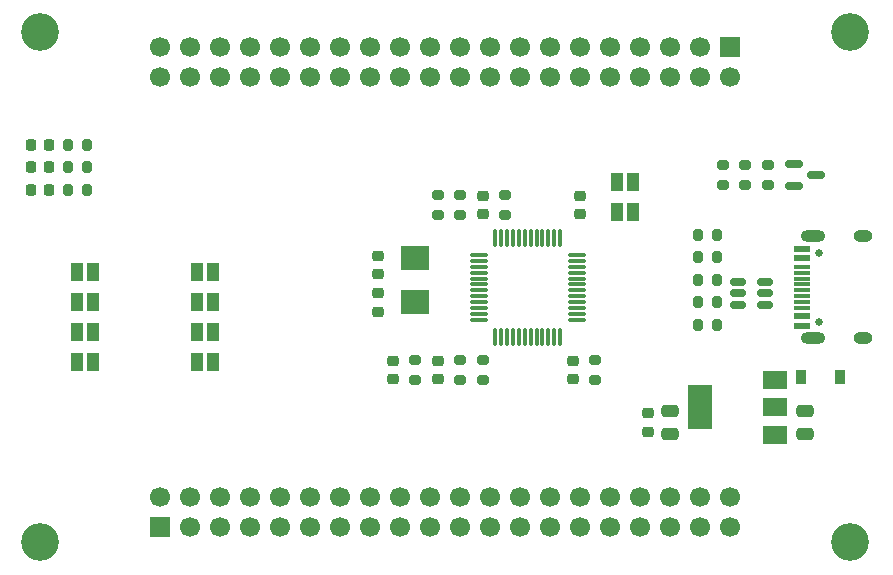
<source format=gbr>
G04 #@! TF.GenerationSoftware,KiCad,Pcbnew,6.0.4+dfsg-1*
G04 #@! TF.CreationDate,2022-05-04T10:38:59+08:00*
G04 #@! TF.ProjectId,prgstl,70726773-746c-42e6-9b69-6361645f7063,a*
G04 #@! TF.SameCoordinates,Original*
G04 #@! TF.FileFunction,Soldermask,Top*
G04 #@! TF.FilePolarity,Negative*
%FSLAX46Y46*%
G04 Gerber Fmt 4.6, Leading zero omitted, Abs format (unit mm)*
G04 Created by KiCad (PCBNEW 6.0.4+dfsg-1) date 2022-05-04 10:38:59*
%MOMM*%
%LPD*%
G01*
G04 APERTURE LIST*
G04 Aperture macros list*
%AMRoundRect*
0 Rectangle with rounded corners*
0 $1 Rounding radius*
0 $2 $3 $4 $5 $6 $7 $8 $9 X,Y pos of 4 corners*
0 Add a 4 corners polygon primitive as box body*
4,1,4,$2,$3,$4,$5,$6,$7,$8,$9,$2,$3,0*
0 Add four circle primitives for the rounded corners*
1,1,$1+$1,$2,$3*
1,1,$1+$1,$4,$5*
1,1,$1+$1,$6,$7*
1,1,$1+$1,$8,$9*
0 Add four rect primitives between the rounded corners*
20,1,$1+$1,$2,$3,$4,$5,0*
20,1,$1+$1,$4,$5,$6,$7,0*
20,1,$1+$1,$6,$7,$8,$9,0*
20,1,$1+$1,$8,$9,$2,$3,0*%
G04 Aperture macros list end*
%ADD10R,0.900000X1.200000*%
%ADD11C,0.650000*%
%ADD12R,1.450000X0.600000*%
%ADD13R,1.450000X0.300000*%
%ADD14O,2.100000X1.000000*%
%ADD15O,1.600000X1.000000*%
%ADD16RoundRect,0.225000X0.250000X-0.225000X0.250000X0.225000X-0.250000X0.225000X-0.250000X-0.225000X0*%
%ADD17RoundRect,0.225000X-0.250000X0.225000X-0.250000X-0.225000X0.250000X-0.225000X0.250000X0.225000X0*%
%ADD18R,2.000000X1.500000*%
%ADD19R,2.000000X3.800000*%
%ADD20RoundRect,0.250000X-0.475000X0.250000X-0.475000X-0.250000X0.475000X-0.250000X0.475000X0.250000X0*%
%ADD21RoundRect,0.218750X0.218750X0.256250X-0.218750X0.256250X-0.218750X-0.256250X0.218750X-0.256250X0*%
%ADD22RoundRect,0.200000X-0.200000X-0.275000X0.200000X-0.275000X0.200000X0.275000X-0.200000X0.275000X0*%
%ADD23C,3.200000*%
%ADD24R,1.700000X1.700000*%
%ADD25C,1.700000*%
%ADD26RoundRect,0.150000X-0.587500X-0.150000X0.587500X-0.150000X0.587500X0.150000X-0.587500X0.150000X0*%
%ADD27RoundRect,0.200000X-0.275000X0.200000X-0.275000X-0.200000X0.275000X-0.200000X0.275000X0.200000X0*%
%ADD28RoundRect,0.200000X0.200000X0.275000X-0.200000X0.275000X-0.200000X-0.275000X0.200000X-0.275000X0*%
%ADD29R,1.000000X1.500000*%
%ADD30R,2.400000X2.000000*%
%ADD31RoundRect,0.075000X-0.662500X-0.075000X0.662500X-0.075000X0.662500X0.075000X-0.662500X0.075000X0*%
%ADD32RoundRect,0.075000X-0.075000X-0.662500X0.075000X-0.662500X0.075000X0.662500X-0.075000X0.662500X0*%
%ADD33RoundRect,0.200000X0.275000X-0.200000X0.275000X0.200000X-0.275000X0.200000X-0.275000X-0.200000X0*%
%ADD34RoundRect,0.150000X0.512500X0.150000X-0.512500X0.150000X-0.512500X-0.150000X0.512500X-0.150000X0*%
G04 APERTURE END LIST*
D10*
G04 #@! TO.C,D4*
X182500000Y-109220000D03*
X185800000Y-109220000D03*
G04 #@! TD*
D11*
G04 #@! TO.C,J1*
X184090000Y-104490000D03*
X184090000Y-98710000D03*
D12*
X182645000Y-104850000D03*
X182645000Y-104050000D03*
D13*
X182645000Y-102850000D03*
X182645000Y-101850000D03*
X182645000Y-101350000D03*
X182645000Y-100350000D03*
D12*
X182645000Y-99150000D03*
X182645000Y-98350000D03*
X182645000Y-98350000D03*
X182645000Y-99150000D03*
D13*
X182645000Y-99850000D03*
X182645000Y-100850000D03*
X182645000Y-102350000D03*
X182645000Y-103350000D03*
D12*
X182645000Y-104050000D03*
X182645000Y-104850000D03*
D14*
X183560000Y-97280000D03*
D15*
X187740000Y-97280000D03*
D14*
X183560000Y-105920000D03*
D15*
X187740000Y-105920000D03*
G04 #@! TD*
D16*
G04 #@! TO.C,C3*
X155575000Y-95390000D03*
X155575000Y-93840000D03*
G04 #@! TD*
G04 #@! TO.C,C4*
X163830000Y-95390000D03*
X163830000Y-93840000D03*
G04 #@! TD*
D17*
G04 #@! TO.C,C5*
X151765000Y-107810000D03*
X151765000Y-109360000D03*
G04 #@! TD*
G04 #@! TO.C,C7*
X163195000Y-107810000D03*
X163195000Y-109360000D03*
G04 #@! TD*
D18*
G04 #@! TO.C,U1*
X180315000Y-114060000D03*
X180315000Y-111760000D03*
D19*
X174015000Y-111760000D03*
D18*
X180315000Y-109460000D03*
G04 #@! TD*
D20*
G04 #@! TO.C,C1*
X182880000Y-112080000D03*
X182880000Y-113980000D03*
G04 #@! TD*
D21*
G04 #@! TO.C,D1*
X118897500Y-89535000D03*
X117322500Y-89535000D03*
G04 #@! TD*
D22*
G04 #@! TO.C,R1*
X120460000Y-89535000D03*
X122110000Y-89535000D03*
G04 #@! TD*
D16*
G04 #@! TO.C,C9*
X146685000Y-100470000D03*
X146685000Y-98920000D03*
G04 #@! TD*
D17*
G04 #@! TO.C,C10*
X146685000Y-102095000D03*
X146685000Y-103645000D03*
G04 #@! TD*
D23*
G04 #@! TO.C,Je*
X186690000Y-123190000D03*
X186690000Y-80010000D03*
X118110000Y-123190000D03*
X118110000Y-80010000D03*
D24*
X128270000Y-121920000D03*
D25*
X128270000Y-119380000D03*
X130810000Y-121920000D03*
X130810000Y-119380000D03*
X133350000Y-121920000D03*
X133350000Y-119380000D03*
X135890000Y-121920000D03*
X135890000Y-119380000D03*
X138430000Y-121920000D03*
X138430000Y-119380000D03*
X140970000Y-121920000D03*
X140970000Y-119380000D03*
X143510000Y-121920000D03*
X143510000Y-119380000D03*
X146050000Y-121920000D03*
X146050000Y-119380000D03*
X148590000Y-121920000D03*
X148590000Y-119380000D03*
X151130000Y-121920000D03*
X151130000Y-119380000D03*
X153670000Y-121920000D03*
X153670000Y-119380000D03*
X156210000Y-121920000D03*
X156210000Y-119380000D03*
X158750000Y-121920000D03*
X158750000Y-119380000D03*
X161290000Y-121920000D03*
X161290000Y-119380000D03*
X163830000Y-121920000D03*
X163830000Y-119380000D03*
X166370000Y-121920000D03*
X166370000Y-119380000D03*
X168910000Y-121920000D03*
X168910000Y-119380000D03*
X171450000Y-121920000D03*
X171450000Y-119380000D03*
X173990000Y-121920000D03*
X173990000Y-119380000D03*
X176530000Y-121920000D03*
X176530000Y-119380000D03*
D24*
X176530000Y-81280000D03*
D25*
X176530000Y-83820000D03*
X173990000Y-81280000D03*
X173990000Y-83820000D03*
X171450000Y-81280000D03*
X171450000Y-83820000D03*
X168910000Y-81280000D03*
X168910000Y-83820000D03*
X166370000Y-81280000D03*
X166370000Y-83820000D03*
X163830000Y-81280000D03*
X163830000Y-83820000D03*
X161290000Y-81280000D03*
X161290000Y-83820000D03*
X158750000Y-81280000D03*
X158750000Y-83820000D03*
X156210000Y-81280000D03*
X156210000Y-83820000D03*
X153670000Y-81280000D03*
X153670000Y-83820000D03*
X151130000Y-81280000D03*
X151130000Y-83820000D03*
X148590000Y-81280000D03*
X148590000Y-83820000D03*
X146050000Y-81280000D03*
X146050000Y-83820000D03*
X143510000Y-81280000D03*
X143510000Y-83820000D03*
X140970000Y-81280000D03*
X140970000Y-83820000D03*
X138430000Y-81280000D03*
X138430000Y-83820000D03*
X135890000Y-81280000D03*
X135890000Y-83820000D03*
X133350000Y-81280000D03*
X133350000Y-83820000D03*
X130810000Y-81280000D03*
X130810000Y-83820000D03*
X128270000Y-81280000D03*
X128270000Y-83820000D03*
G04 #@! TD*
D17*
G04 #@! TO.C,C2*
X169545000Y-112255000D03*
X169545000Y-113805000D03*
G04 #@! TD*
D20*
G04 #@! TO.C,C6*
X171450000Y-112080000D03*
X171450000Y-113980000D03*
G04 #@! TD*
D21*
G04 #@! TO.C,D3*
X118897500Y-91440000D03*
X117322500Y-91440000D03*
G04 #@! TD*
D26*
G04 #@! TO.C,Q1*
X181942500Y-91125000D03*
X181942500Y-93025000D03*
X183817500Y-92075000D03*
G04 #@! TD*
D27*
G04 #@! TO.C,R16*
X165100000Y-107760000D03*
X165100000Y-109410000D03*
G04 #@! TD*
D28*
G04 #@! TO.C,R2*
X122110000Y-93345000D03*
X120460000Y-93345000D03*
G04 #@! TD*
D22*
G04 #@! TO.C,R3*
X120460000Y-91440000D03*
X122110000Y-91440000D03*
G04 #@! TD*
D29*
G04 #@! TO.C,JP1*
X122570000Y-100330000D03*
X121270000Y-100330000D03*
G04 #@! TD*
G04 #@! TO.C,JP2*
X122570000Y-102870000D03*
X121270000Y-102870000D03*
G04 #@! TD*
G04 #@! TO.C,JP3*
X122570000Y-105410000D03*
X121270000Y-105410000D03*
G04 #@! TD*
G04 #@! TO.C,JP4*
X122570000Y-107950000D03*
X121270000Y-107950000D03*
G04 #@! TD*
G04 #@! TO.C,JP5*
X131430000Y-100330000D03*
X132730000Y-100330000D03*
G04 #@! TD*
G04 #@! TO.C,JP6*
X131430000Y-102870000D03*
X132730000Y-102870000D03*
G04 #@! TD*
G04 #@! TO.C,JP7*
X131430000Y-105410000D03*
X132730000Y-105410000D03*
G04 #@! TD*
G04 #@! TO.C,JP8*
X131430000Y-107950000D03*
X132730000Y-107950000D03*
G04 #@! TD*
D21*
G04 #@! TO.C,D2*
X118897500Y-93345000D03*
X117322500Y-93345000D03*
G04 #@! TD*
D27*
G04 #@! TO.C,R15*
X151765000Y-93790000D03*
X151765000Y-95440000D03*
G04 #@! TD*
D30*
G04 #@! TO.C,Y1*
X149860000Y-99115000D03*
X149860000Y-102815000D03*
G04 #@! TD*
D31*
G04 #@! TO.C,U2*
X155222500Y-98850000D03*
X155222500Y-99350000D03*
X155222500Y-99850000D03*
X155222500Y-100350000D03*
X155222500Y-100850000D03*
X155222500Y-101350000D03*
X155222500Y-101850000D03*
X155222500Y-102350000D03*
X155222500Y-102850000D03*
X155222500Y-103350000D03*
X155222500Y-103850000D03*
X155222500Y-104350000D03*
D32*
X156635000Y-105762500D03*
X157135000Y-105762500D03*
X157635000Y-105762500D03*
X158135000Y-105762500D03*
X158635000Y-105762500D03*
X159135000Y-105762500D03*
X159635000Y-105762500D03*
X160135000Y-105762500D03*
X160635000Y-105762500D03*
X161135000Y-105762500D03*
X161635000Y-105762500D03*
X162135000Y-105762500D03*
D31*
X163547500Y-104350000D03*
X163547500Y-103850000D03*
X163547500Y-103350000D03*
X163547500Y-102850000D03*
X163547500Y-102350000D03*
X163547500Y-101850000D03*
X163547500Y-101350000D03*
X163547500Y-100850000D03*
X163547500Y-100350000D03*
X163547500Y-99850000D03*
X163547500Y-99350000D03*
X163547500Y-98850000D03*
D32*
X162135000Y-97437500D03*
X161635000Y-97437500D03*
X161135000Y-97437500D03*
X160635000Y-97437500D03*
X160135000Y-97437500D03*
X159635000Y-97437500D03*
X159135000Y-97437500D03*
X158635000Y-97437500D03*
X158135000Y-97437500D03*
X157635000Y-97437500D03*
X157135000Y-97437500D03*
X156635000Y-97437500D03*
G04 #@! TD*
D17*
G04 #@! TO.C,C8*
X147955000Y-107810000D03*
X147955000Y-109360000D03*
G04 #@! TD*
D33*
G04 #@! TO.C,R11*
X149860000Y-109410000D03*
X149860000Y-107760000D03*
G04 #@! TD*
D27*
G04 #@! TO.C,R7*
X179705000Y-91250000D03*
X179705000Y-92900000D03*
G04 #@! TD*
D33*
G04 #@! TO.C,R8*
X177800000Y-92900000D03*
X177800000Y-91250000D03*
G04 #@! TD*
G04 #@! TO.C,R13*
X157480000Y-95440000D03*
X157480000Y-93790000D03*
G04 #@! TD*
D27*
G04 #@! TO.C,R12*
X175895000Y-91250000D03*
X175895000Y-92900000D03*
G04 #@! TD*
D33*
G04 #@! TO.C,R14*
X153670000Y-95440000D03*
X153670000Y-93790000D03*
G04 #@! TD*
G04 #@! TO.C,R17*
X153670000Y-109410000D03*
X153670000Y-107760000D03*
G04 #@! TD*
D27*
G04 #@! TO.C,R18*
X155575000Y-107760000D03*
X155575000Y-109410000D03*
G04 #@! TD*
D34*
G04 #@! TO.C,U3*
X179445500Y-103058000D03*
X179445500Y-102108000D03*
X179445500Y-101158000D03*
X177170500Y-101158000D03*
X177170500Y-102108000D03*
X177170500Y-103058000D03*
G04 #@! TD*
D22*
G04 #@! TO.C,R4*
X173800000Y-104775000D03*
X175450000Y-104775000D03*
G04 #@! TD*
G04 #@! TO.C,R10*
X173800000Y-100965000D03*
X175450000Y-100965000D03*
G04 #@! TD*
G04 #@! TO.C,R9*
X173800000Y-102870000D03*
X175450000Y-102870000D03*
G04 #@! TD*
G04 #@! TO.C,R6*
X173800000Y-97155000D03*
X175450000Y-97155000D03*
G04 #@! TD*
G04 #@! TO.C,R5*
X173800000Y-99060000D03*
X175450000Y-99060000D03*
G04 #@! TD*
D29*
G04 #@! TO.C,JP9*
X166990000Y-92710000D03*
X168290000Y-92710000D03*
G04 #@! TD*
G04 #@! TO.C,JP10*
X166990000Y-95250000D03*
X168290000Y-95250000D03*
G04 #@! TD*
M02*

</source>
